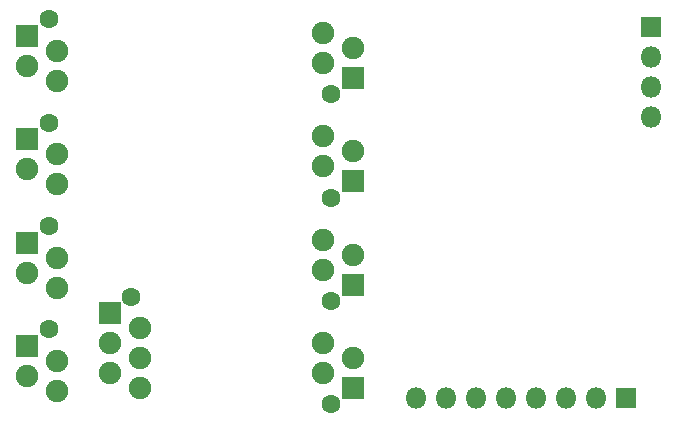
<source format=gbr>
G04 #@! TF.GenerationSoftware,KiCad,Pcbnew,5.1.0-060a0da~80~ubuntu18.04.1*
G04 #@! TF.CreationDate,2019-06-10T00:34:36+02:00*
G04 #@! TF.ProjectId,TinyFPGA-BX,54696e79-4650-4474-912d-42582e6b6963,rev?*
G04 #@! TF.SameCoordinates,Original*
G04 #@! TF.FileFunction,Soldermask,Bot*
G04 #@! TF.FilePolarity,Negative*
%FSLAX46Y46*%
G04 Gerber Fmt 4.6, Leading zero omitted, Abs format (unit mm)*
G04 Created by KiCad (PCBNEW 5.1.0-060a0da~80~ubuntu18.04.1) date 2019-06-10 00:34:36*
%MOMM*%
%LPD*%
G04 APERTURE LIST*
%ADD10C,1.600100*%
%ADD11C,1.900000*%
%ADD12R,1.900000X1.900000*%
%ADD13R,1.800000X1.800000*%
%ADD14O,1.800000X1.800000*%
G04 APERTURE END LIST*
D10*
X159600000Y-119619000D03*
D11*
X158860000Y-114409000D03*
X161400000Y-115679000D03*
X158860000Y-116949000D03*
D12*
X161400000Y-118219000D03*
D13*
X184503000Y-127814000D03*
D14*
X181963000Y-127814000D03*
X179423000Y-127814000D03*
X176883000Y-127814000D03*
X174343000Y-127814000D03*
X171803000Y-127814000D03*
X169263000Y-127814000D03*
X166723000Y-127814000D03*
D13*
X186666000Y-96401000D03*
D14*
X186666000Y-98941000D03*
X186666000Y-101481000D03*
X186666000Y-104021000D03*
D12*
X133858000Y-97159000D03*
D11*
X136398000Y-98429000D03*
X133858000Y-99699000D03*
X136398000Y-100969000D03*
D10*
X135658000Y-95759000D03*
D12*
X133860000Y-114659000D03*
D11*
X136400000Y-115929000D03*
X133860000Y-117199000D03*
X136400000Y-118469000D03*
D10*
X135660000Y-113259000D03*
D12*
X161400000Y-126969000D03*
D11*
X158860000Y-125699000D03*
X161400000Y-124429000D03*
X158860000Y-123159000D03*
D10*
X159600000Y-128369000D03*
X135660000Y-104509000D03*
D11*
X136400000Y-109719000D03*
X133860000Y-108449000D03*
X136400000Y-107179000D03*
D12*
X133860000Y-105909000D03*
D10*
X135660000Y-122009000D03*
D11*
X136400000Y-127219000D03*
X133860000Y-125949000D03*
X136400000Y-124679000D03*
D12*
X133860000Y-123409000D03*
D10*
X159600000Y-110869000D03*
D11*
X158860000Y-105659000D03*
X161400000Y-106929000D03*
X158860000Y-108199000D03*
D12*
X161400000Y-109469000D03*
X161400000Y-100719000D03*
D11*
X158860000Y-99449000D03*
X161400000Y-98179000D03*
X158860000Y-96909000D03*
D10*
X159600000Y-102119000D03*
D11*
X143383000Y-127000000D03*
X140843000Y-125730000D03*
D12*
X140843000Y-120650000D03*
D11*
X143383000Y-121920000D03*
X140843000Y-123190000D03*
X143383000Y-124460000D03*
D10*
X142643000Y-119250000D03*
M02*

</source>
